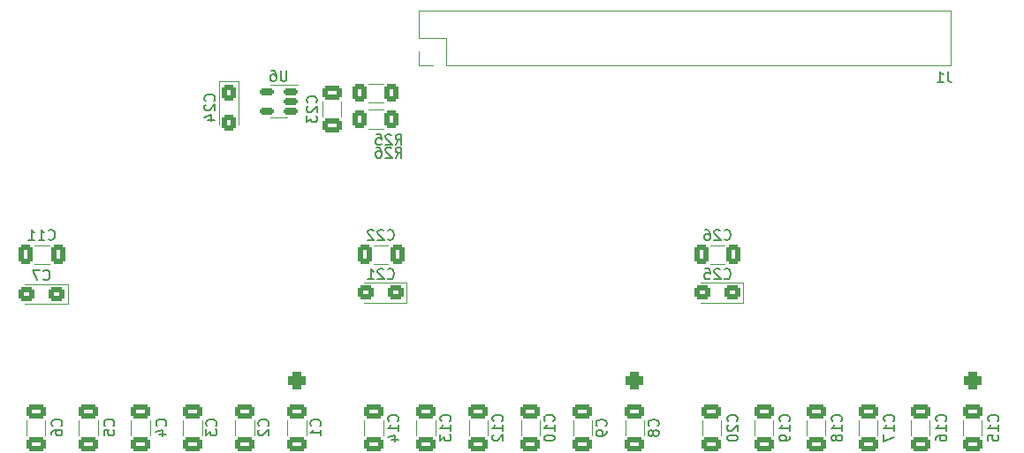
<source format=gbo>
G04 #@! TF.GenerationSoftware,KiCad,Pcbnew,(6.0.8)*
G04 #@! TF.CreationDate,2022-10-16T23:30:33+02:00*
G04 #@! TF.ProjectId,RPiWattMeterHatv3,52506957-6174-4744-9d65-746572486174,rev?*
G04 #@! TF.SameCoordinates,Original*
G04 #@! TF.FileFunction,Legend,Bot*
G04 #@! TF.FilePolarity,Positive*
%FSLAX45Y45*%
G04 Gerber Fmt 4.5, Leading zero omitted, Abs format (unit mm)*
G04 Created by KiCad (PCBNEW (6.0.8)) date 2022-10-16 23:30:33*
%MOMM*%
%LPD*%
G01*
G04 APERTURE LIST*
G04 Aperture macros list*
%AMRoundRect*
0 Rectangle with rounded corners*
0 $1 Rounding radius*
0 $2 $3 $4 $5 $6 $7 $8 $9 X,Y pos of 4 corners*
0 Add a 4 corners polygon primitive as box body*
4,1,4,$2,$3,$4,$5,$6,$7,$8,$9,$2,$3,0*
0 Add four circle primitives for the rounded corners*
1,1,$1+$1,$2,$3*
1,1,$1+$1,$4,$5*
1,1,$1+$1,$6,$7*
1,1,$1+$1,$8,$9*
0 Add four rect primitives between the rounded corners*
20,1,$1+$1,$2,$3,$4,$5,0*
20,1,$1+$1,$4,$5,$6,$7,0*
20,1,$1+$1,$6,$7,$8,$9,0*
20,1,$1+$1,$8,$9,$2,$3,0*%
G04 Aperture macros list end*
%ADD10C,0.150000*%
%ADD11C,0.120000*%
%ADD12RoundRect,0.250000X-0.425000X0.537500X-0.425000X-0.537500X0.425000X-0.537500X0.425000X0.537500X0*%
%ADD13RoundRect,0.250000X0.412500X0.650000X-0.412500X0.650000X-0.412500X-0.650000X0.412500X-0.650000X0*%
%ADD14RoundRect,0.250000X0.537500X0.425000X-0.537500X0.425000X-0.537500X-0.425000X0.537500X-0.425000X0*%
%ADD15R,1.600000X1.600000*%
%ADD16O,1.600000X1.600000*%
%ADD17C,1.750000*%
%ADD18RoundRect,0.437500X0.437500X-0.437500X0.437500X0.437500X-0.437500X0.437500X-0.437500X-0.437500X0*%
%ADD19RoundRect,0.437500X0.437500X0.437500X-0.437500X0.437500X-0.437500X-0.437500X0.437500X-0.437500X0*%
%ADD20C,2.000000*%
%ADD21RoundRect,0.250000X-0.650000X0.412500X-0.650000X-0.412500X0.650000X-0.412500X0.650000X0.412500X0*%
%ADD22RoundRect,0.250000X0.650000X-0.412500X0.650000X0.412500X-0.650000X0.412500X-0.650000X-0.412500X0*%
%ADD23C,2.700000*%
%ADD24C,1.500000*%
%ADD25RoundRect,0.375000X0.375000X-0.375000X0.375000X0.375000X-0.375000X0.375000X-0.375000X-0.375000X0*%
%ADD26O,1.700000X1.700000*%
%ADD27R,1.700000X1.700000*%
%ADD28RoundRect,0.150000X0.512500X0.150000X-0.512500X0.150000X-0.512500X-0.150000X0.512500X-0.150000X0*%
%ADD29RoundRect,0.250000X0.400000X0.625000X-0.400000X0.625000X-0.400000X-0.625000X0.400000X-0.625000X0*%
%ADD30RoundRect,0.250000X-0.400000X-0.625000X0.400000X-0.625000X0.400000X0.625000X-0.400000X0.625000X0*%
G04 APERTURE END LIST*
D10*
X8737714Y-5352714D02*
X8742476Y-5347952D01*
X8747238Y-5333667D01*
X8747238Y-5324143D01*
X8742476Y-5309857D01*
X8732952Y-5300333D01*
X8723429Y-5295571D01*
X8704381Y-5290810D01*
X8690095Y-5290810D01*
X8671048Y-5295571D01*
X8661524Y-5300333D01*
X8652000Y-5309857D01*
X8647238Y-5324143D01*
X8647238Y-5333667D01*
X8652000Y-5347952D01*
X8656762Y-5352714D01*
X8656762Y-5390810D02*
X8652000Y-5395571D01*
X8647238Y-5405095D01*
X8647238Y-5428905D01*
X8652000Y-5438429D01*
X8656762Y-5443190D01*
X8666286Y-5447952D01*
X8675810Y-5447952D01*
X8690095Y-5443190D01*
X8747238Y-5386048D01*
X8747238Y-5447952D01*
X8680571Y-5533667D02*
X8747238Y-5533667D01*
X8642476Y-5509857D02*
X8713905Y-5486048D01*
X8713905Y-5547952D01*
X7151286Y-6677714D02*
X7156048Y-6682476D01*
X7170333Y-6687238D01*
X7179857Y-6687238D01*
X7194143Y-6682476D01*
X7203667Y-6672952D01*
X7208428Y-6663428D01*
X7213190Y-6644381D01*
X7213190Y-6630095D01*
X7208428Y-6611048D01*
X7203667Y-6601524D01*
X7194143Y-6592000D01*
X7179857Y-6587238D01*
X7170333Y-6587238D01*
X7156048Y-6592000D01*
X7151286Y-6596762D01*
X7056048Y-6687238D02*
X7113190Y-6687238D01*
X7084619Y-6687238D02*
X7084619Y-6587238D01*
X7094143Y-6601524D01*
X7103667Y-6611048D01*
X7113190Y-6615809D01*
X6960809Y-6687238D02*
X7017952Y-6687238D01*
X6989381Y-6687238D02*
X6989381Y-6587238D01*
X6998905Y-6601524D01*
X7008428Y-6611048D01*
X7017952Y-6615809D01*
X13626286Y-7052714D02*
X13631048Y-7057476D01*
X13645333Y-7062238D01*
X13654857Y-7062238D01*
X13669143Y-7057476D01*
X13678667Y-7047952D01*
X13683428Y-7038428D01*
X13688190Y-7019381D01*
X13688190Y-7005095D01*
X13683428Y-6986048D01*
X13678667Y-6976524D01*
X13669143Y-6967000D01*
X13654857Y-6962238D01*
X13645333Y-6962238D01*
X13631048Y-6967000D01*
X13626286Y-6971762D01*
X13588190Y-6971762D02*
X13583428Y-6967000D01*
X13573905Y-6962238D01*
X13550095Y-6962238D01*
X13540571Y-6967000D01*
X13535809Y-6971762D01*
X13531048Y-6981286D01*
X13531048Y-6990809D01*
X13535809Y-7005095D01*
X13592952Y-7062238D01*
X13531048Y-7062238D01*
X13440571Y-6962238D02*
X13488190Y-6962238D01*
X13492952Y-7009857D01*
X13488190Y-7005095D01*
X13478667Y-7000333D01*
X13454857Y-7000333D01*
X13445333Y-7005095D01*
X13440571Y-7009857D01*
X13435809Y-7019381D01*
X13435809Y-7043190D01*
X13440571Y-7052714D01*
X13445333Y-7057476D01*
X13454857Y-7062238D01*
X13478667Y-7062238D01*
X13488190Y-7057476D01*
X13492952Y-7052714D01*
X10401286Y-7052714D02*
X10406048Y-7057476D01*
X10420333Y-7062238D01*
X10429857Y-7062238D01*
X10444143Y-7057476D01*
X10453667Y-7047952D01*
X10458429Y-7038428D01*
X10463190Y-7019381D01*
X10463190Y-7005095D01*
X10458429Y-6986048D01*
X10453667Y-6976524D01*
X10444143Y-6967000D01*
X10429857Y-6962238D01*
X10420333Y-6962238D01*
X10406048Y-6967000D01*
X10401286Y-6971762D01*
X10363190Y-6971762D02*
X10358429Y-6967000D01*
X10348905Y-6962238D01*
X10325095Y-6962238D01*
X10315571Y-6967000D01*
X10310810Y-6971762D01*
X10306048Y-6981286D01*
X10306048Y-6990809D01*
X10310810Y-7005095D01*
X10367952Y-7062238D01*
X10306048Y-7062238D01*
X10210810Y-7062238D02*
X10267952Y-7062238D01*
X10239381Y-7062238D02*
X10239381Y-6962238D01*
X10248905Y-6976524D01*
X10258429Y-6986048D01*
X10267952Y-6990809D01*
X7103667Y-7062714D02*
X7108428Y-7067476D01*
X7122714Y-7072238D01*
X7132238Y-7072238D01*
X7146524Y-7067476D01*
X7156048Y-7057952D01*
X7160809Y-7048428D01*
X7165571Y-7029381D01*
X7165571Y-7015095D01*
X7160809Y-6996048D01*
X7156048Y-6986524D01*
X7146524Y-6977000D01*
X7132238Y-6972238D01*
X7122714Y-6972238D01*
X7108428Y-6977000D01*
X7103667Y-6981762D01*
X7070333Y-6972238D02*
X7003667Y-6972238D01*
X7046524Y-7072238D01*
X10401286Y-6677714D02*
X10406048Y-6682476D01*
X10420333Y-6687238D01*
X10429857Y-6687238D01*
X10444143Y-6682476D01*
X10453667Y-6672952D01*
X10458429Y-6663428D01*
X10463190Y-6644381D01*
X10463190Y-6630095D01*
X10458429Y-6611048D01*
X10453667Y-6601524D01*
X10444143Y-6592000D01*
X10429857Y-6587238D01*
X10420333Y-6587238D01*
X10406048Y-6592000D01*
X10401286Y-6596762D01*
X10363190Y-6596762D02*
X10358429Y-6592000D01*
X10348905Y-6587238D01*
X10325095Y-6587238D01*
X10315571Y-6592000D01*
X10310810Y-6596762D01*
X10306048Y-6606286D01*
X10306048Y-6615809D01*
X10310810Y-6630095D01*
X10367952Y-6687238D01*
X10306048Y-6687238D01*
X10267952Y-6596762D02*
X10263190Y-6592000D01*
X10253667Y-6587238D01*
X10229857Y-6587238D01*
X10220333Y-6592000D01*
X10215571Y-6596762D01*
X10210810Y-6606286D01*
X10210810Y-6615809D01*
X10215571Y-6630095D01*
X10272714Y-6687238D01*
X10210810Y-6687238D01*
X10497714Y-8422714D02*
X10502476Y-8417952D01*
X10507238Y-8403667D01*
X10507238Y-8394143D01*
X10502476Y-8379857D01*
X10492952Y-8370333D01*
X10483429Y-8365571D01*
X10464381Y-8360809D01*
X10450095Y-8360809D01*
X10431048Y-8365571D01*
X10421524Y-8370333D01*
X10412000Y-8379857D01*
X10407238Y-8394143D01*
X10407238Y-8403667D01*
X10412000Y-8417952D01*
X10416762Y-8422714D01*
X10507238Y-8517952D02*
X10507238Y-8460810D01*
X10507238Y-8489381D02*
X10407238Y-8489381D01*
X10421524Y-8479857D01*
X10431048Y-8470333D01*
X10435810Y-8460810D01*
X10440571Y-8603667D02*
X10507238Y-8603667D01*
X10402476Y-8579857D02*
X10473905Y-8556048D01*
X10473905Y-8617952D01*
X10997714Y-8422714D02*
X11002476Y-8417952D01*
X11007238Y-8403667D01*
X11007238Y-8394143D01*
X11002476Y-8379857D01*
X10992952Y-8370333D01*
X10983429Y-8365571D01*
X10964381Y-8360809D01*
X10950095Y-8360809D01*
X10931048Y-8365571D01*
X10921524Y-8370333D01*
X10912000Y-8379857D01*
X10907238Y-8394143D01*
X10907238Y-8403667D01*
X10912000Y-8417952D01*
X10916762Y-8422714D01*
X11007238Y-8517952D02*
X11007238Y-8460810D01*
X11007238Y-8489381D02*
X10907238Y-8489381D01*
X10921524Y-8479857D01*
X10931048Y-8470333D01*
X10935810Y-8460810D01*
X10907238Y-8551286D02*
X10907238Y-8613190D01*
X10945333Y-8579857D01*
X10945333Y-8594143D01*
X10950095Y-8603667D01*
X10954857Y-8608429D01*
X10964381Y-8613190D01*
X10988190Y-8613190D01*
X10997714Y-8608429D01*
X11002476Y-8603667D01*
X11007238Y-8594143D01*
X11007238Y-8565571D01*
X11002476Y-8556048D01*
X10997714Y-8551286D01*
X11497714Y-8422714D02*
X11502476Y-8417952D01*
X11507238Y-8403667D01*
X11507238Y-8394143D01*
X11502476Y-8379857D01*
X11492952Y-8370333D01*
X11483428Y-8365571D01*
X11464381Y-8360809D01*
X11450095Y-8360809D01*
X11431048Y-8365571D01*
X11421524Y-8370333D01*
X11412000Y-8379857D01*
X11407238Y-8394143D01*
X11407238Y-8403667D01*
X11412000Y-8417952D01*
X11416762Y-8422714D01*
X11507238Y-8517952D02*
X11507238Y-8460810D01*
X11507238Y-8489381D02*
X11407238Y-8489381D01*
X11421524Y-8479857D01*
X11431048Y-8470333D01*
X11435809Y-8460810D01*
X11416762Y-8556048D02*
X11412000Y-8560810D01*
X11407238Y-8570333D01*
X11407238Y-8594143D01*
X11412000Y-8603667D01*
X11416762Y-8608429D01*
X11426286Y-8613190D01*
X11435809Y-8613190D01*
X11450095Y-8608429D01*
X11507238Y-8551286D01*
X11507238Y-8613190D01*
X11990714Y-8422714D02*
X11995476Y-8417952D01*
X12000238Y-8403667D01*
X12000238Y-8394143D01*
X11995476Y-8379857D01*
X11985952Y-8370333D01*
X11976428Y-8365571D01*
X11957381Y-8360809D01*
X11943095Y-8360809D01*
X11924048Y-8365571D01*
X11914524Y-8370333D01*
X11905000Y-8379857D01*
X11900238Y-8394143D01*
X11900238Y-8403667D01*
X11905000Y-8417952D01*
X11909762Y-8422714D01*
X12000238Y-8517952D02*
X12000238Y-8460810D01*
X12000238Y-8489381D02*
X11900238Y-8489381D01*
X11914524Y-8479857D01*
X11924048Y-8470333D01*
X11928809Y-8460810D01*
X11900238Y-8579857D02*
X11900238Y-8589381D01*
X11905000Y-8598905D01*
X11909762Y-8603667D01*
X11919286Y-8608429D01*
X11938333Y-8613190D01*
X11962143Y-8613190D01*
X11981190Y-8608429D01*
X11990714Y-8603667D01*
X11995476Y-8598905D01*
X12000238Y-8589381D01*
X12000238Y-8579857D01*
X11995476Y-8570333D01*
X11990714Y-8565571D01*
X11981190Y-8560810D01*
X11962143Y-8556048D01*
X11938333Y-8556048D01*
X11919286Y-8560810D01*
X11909762Y-8565571D01*
X11905000Y-8570333D01*
X11900238Y-8579857D01*
X12490714Y-8470333D02*
X12495476Y-8465571D01*
X12500238Y-8451286D01*
X12500238Y-8441762D01*
X12495476Y-8427476D01*
X12485952Y-8417952D01*
X12476428Y-8413190D01*
X12457381Y-8408429D01*
X12443095Y-8408429D01*
X12424048Y-8413190D01*
X12414524Y-8417952D01*
X12405000Y-8427476D01*
X12400238Y-8441762D01*
X12400238Y-8451286D01*
X12405000Y-8465571D01*
X12409762Y-8470333D01*
X12500238Y-8517952D02*
X12500238Y-8537000D01*
X12495476Y-8546524D01*
X12490714Y-8551286D01*
X12476428Y-8560810D01*
X12457381Y-8565571D01*
X12419286Y-8565571D01*
X12409762Y-8560810D01*
X12405000Y-8556048D01*
X12400238Y-8546524D01*
X12400238Y-8527476D01*
X12405000Y-8517952D01*
X12409762Y-8513190D01*
X12419286Y-8508429D01*
X12443095Y-8508429D01*
X12452619Y-8513190D01*
X12457381Y-8517952D01*
X12462143Y-8527476D01*
X12462143Y-8546524D01*
X12457381Y-8556048D01*
X12452619Y-8560810D01*
X12443095Y-8565571D01*
X12990714Y-8470333D02*
X12995476Y-8465571D01*
X13000238Y-8451286D01*
X13000238Y-8441762D01*
X12995476Y-8427476D01*
X12985952Y-8417952D01*
X12976428Y-8413190D01*
X12957381Y-8408429D01*
X12943095Y-8408429D01*
X12924048Y-8413190D01*
X12914524Y-8417952D01*
X12905000Y-8427476D01*
X12900238Y-8441762D01*
X12900238Y-8451286D01*
X12905000Y-8465571D01*
X12909762Y-8470333D01*
X12943095Y-8527476D02*
X12938333Y-8517952D01*
X12933571Y-8513190D01*
X12924048Y-8508429D01*
X12919286Y-8508429D01*
X12909762Y-8513190D01*
X12905000Y-8517952D01*
X12900238Y-8527476D01*
X12900238Y-8546524D01*
X12905000Y-8556048D01*
X12909762Y-8560810D01*
X12919286Y-8565571D01*
X12924048Y-8565571D01*
X12933571Y-8560810D01*
X12938333Y-8556048D01*
X12943095Y-8546524D01*
X12943095Y-8527476D01*
X12947857Y-8517952D01*
X12952619Y-8513190D01*
X12962143Y-8508429D01*
X12981190Y-8508429D01*
X12990714Y-8513190D01*
X12995476Y-8517952D01*
X13000238Y-8527476D01*
X13000238Y-8546524D01*
X12995476Y-8556048D01*
X12990714Y-8560810D01*
X12981190Y-8565571D01*
X12962143Y-8565571D01*
X12952619Y-8560810D01*
X12947857Y-8556048D01*
X12943095Y-8546524D01*
X9752714Y-8467833D02*
X9757476Y-8463071D01*
X9762238Y-8448786D01*
X9762238Y-8439262D01*
X9757476Y-8424976D01*
X9747952Y-8415452D01*
X9738429Y-8410690D01*
X9719381Y-8405929D01*
X9705095Y-8405929D01*
X9686048Y-8410690D01*
X9676524Y-8415452D01*
X9667000Y-8424976D01*
X9662238Y-8439262D01*
X9662238Y-8448786D01*
X9667000Y-8463071D01*
X9671762Y-8467833D01*
X9762238Y-8563071D02*
X9762238Y-8505929D01*
X9762238Y-8534500D02*
X9662238Y-8534500D01*
X9676524Y-8524976D01*
X9686048Y-8515452D01*
X9690810Y-8505929D01*
X7272714Y-8467833D02*
X7277476Y-8463071D01*
X7282238Y-8448786D01*
X7282238Y-8439262D01*
X7277476Y-8424976D01*
X7267952Y-8415452D01*
X7258428Y-8410690D01*
X7239381Y-8405929D01*
X7225095Y-8405929D01*
X7206048Y-8410690D01*
X7196524Y-8415452D01*
X7187000Y-8424976D01*
X7182238Y-8439262D01*
X7182238Y-8448786D01*
X7187000Y-8463071D01*
X7191762Y-8467833D01*
X7182238Y-8553548D02*
X7182238Y-8534500D01*
X7187000Y-8524976D01*
X7191762Y-8520214D01*
X7206048Y-8510690D01*
X7225095Y-8505929D01*
X7263190Y-8505929D01*
X7272714Y-8510690D01*
X7277476Y-8515452D01*
X7282238Y-8524976D01*
X7282238Y-8544024D01*
X7277476Y-8553548D01*
X7272714Y-8558310D01*
X7263190Y-8563071D01*
X7239381Y-8563071D01*
X7229857Y-8558310D01*
X7225095Y-8553548D01*
X7220333Y-8544024D01*
X7220333Y-8524976D01*
X7225095Y-8515452D01*
X7229857Y-8510690D01*
X7239381Y-8505929D01*
X7772714Y-8467833D02*
X7777476Y-8463071D01*
X7782238Y-8448786D01*
X7782238Y-8439262D01*
X7777476Y-8424976D01*
X7767952Y-8415452D01*
X7758428Y-8410690D01*
X7739381Y-8405929D01*
X7725095Y-8405929D01*
X7706048Y-8410690D01*
X7696524Y-8415452D01*
X7687000Y-8424976D01*
X7682238Y-8439262D01*
X7682238Y-8448786D01*
X7687000Y-8463071D01*
X7691762Y-8467833D01*
X7682238Y-8558310D02*
X7682238Y-8510690D01*
X7729857Y-8505929D01*
X7725095Y-8510690D01*
X7720333Y-8520214D01*
X7720333Y-8544024D01*
X7725095Y-8553548D01*
X7729857Y-8558310D01*
X7739381Y-8563071D01*
X7763190Y-8563071D01*
X7772714Y-8558310D01*
X7777476Y-8553548D01*
X7782238Y-8544024D01*
X7782238Y-8520214D01*
X7777476Y-8510690D01*
X7772714Y-8505929D01*
X9252714Y-8467833D02*
X9257476Y-8463071D01*
X9262238Y-8448786D01*
X9262238Y-8439262D01*
X9257476Y-8424976D01*
X9247952Y-8415452D01*
X9238429Y-8410690D01*
X9219381Y-8405929D01*
X9205095Y-8405929D01*
X9186048Y-8410690D01*
X9176524Y-8415452D01*
X9167000Y-8424976D01*
X9162238Y-8439262D01*
X9162238Y-8448786D01*
X9167000Y-8463071D01*
X9171762Y-8467833D01*
X9171762Y-8505929D02*
X9167000Y-8510690D01*
X9162238Y-8520214D01*
X9162238Y-8544024D01*
X9167000Y-8553548D01*
X9171762Y-8558310D01*
X9181286Y-8563071D01*
X9190810Y-8563071D01*
X9205095Y-8558310D01*
X9262238Y-8501167D01*
X9262238Y-8563071D01*
X8272714Y-8467833D02*
X8277476Y-8463071D01*
X8282238Y-8448786D01*
X8282238Y-8439262D01*
X8277476Y-8424976D01*
X8267952Y-8415452D01*
X8258428Y-8410690D01*
X8239381Y-8405929D01*
X8225095Y-8405929D01*
X8206048Y-8410690D01*
X8196524Y-8415452D01*
X8187000Y-8424976D01*
X8182238Y-8439262D01*
X8182238Y-8448786D01*
X8187000Y-8463071D01*
X8191762Y-8467833D01*
X8215571Y-8553548D02*
X8282238Y-8553548D01*
X8177476Y-8529738D02*
X8248905Y-8505929D01*
X8248905Y-8567833D01*
X8752714Y-8467833D02*
X8757476Y-8463071D01*
X8762238Y-8448786D01*
X8762238Y-8439262D01*
X8757476Y-8424976D01*
X8747952Y-8415452D01*
X8738429Y-8410690D01*
X8719381Y-8405929D01*
X8705095Y-8405929D01*
X8686048Y-8410690D01*
X8676524Y-8415452D01*
X8667000Y-8424976D01*
X8662238Y-8439262D01*
X8662238Y-8448786D01*
X8667000Y-8463071D01*
X8671762Y-8467833D01*
X8662238Y-8501167D02*
X8662238Y-8563071D01*
X8700333Y-8529738D01*
X8700333Y-8544024D01*
X8705095Y-8553548D01*
X8709857Y-8558310D01*
X8719381Y-8563071D01*
X8743190Y-8563071D01*
X8752714Y-8558310D01*
X8757476Y-8553548D01*
X8762238Y-8544024D01*
X8762238Y-8515452D01*
X8757476Y-8505929D01*
X8752714Y-8501167D01*
X15770333Y-5072238D02*
X15770333Y-5143667D01*
X15775095Y-5157952D01*
X15784619Y-5167476D01*
X15798905Y-5172238D01*
X15808428Y-5172238D01*
X15670333Y-5172238D02*
X15727476Y-5172238D01*
X15698905Y-5172238D02*
X15698905Y-5072238D01*
X15708428Y-5086524D01*
X15717952Y-5096048D01*
X15727476Y-5100810D01*
X9433190Y-5062238D02*
X9433190Y-5143190D01*
X9428429Y-5152714D01*
X9423667Y-5157476D01*
X9414143Y-5162238D01*
X9395095Y-5162238D01*
X9385571Y-5157476D01*
X9380810Y-5152714D01*
X9376048Y-5143190D01*
X9376048Y-5062238D01*
X9285571Y-5062238D02*
X9304619Y-5062238D01*
X9314143Y-5067000D01*
X9318905Y-5071762D01*
X9328429Y-5086048D01*
X9333190Y-5105095D01*
X9333190Y-5143190D01*
X9328429Y-5152714D01*
X9323667Y-5157476D01*
X9314143Y-5162238D01*
X9295095Y-5162238D01*
X9285571Y-5157476D01*
X9280810Y-5152714D01*
X9276048Y-5143190D01*
X9276048Y-5119381D01*
X9280810Y-5109857D01*
X9285571Y-5105095D01*
X9295095Y-5100333D01*
X9314143Y-5100333D01*
X9323667Y-5105095D01*
X9328429Y-5109857D01*
X9333190Y-5119381D01*
X13626286Y-6677714D02*
X13631048Y-6682476D01*
X13645333Y-6687238D01*
X13654857Y-6687238D01*
X13669143Y-6682476D01*
X13678667Y-6672952D01*
X13683428Y-6663428D01*
X13688190Y-6644381D01*
X13688190Y-6630095D01*
X13683428Y-6611048D01*
X13678667Y-6601524D01*
X13669143Y-6592000D01*
X13654857Y-6587238D01*
X13645333Y-6587238D01*
X13631048Y-6592000D01*
X13626286Y-6596762D01*
X13588190Y-6596762D02*
X13583428Y-6592000D01*
X13573905Y-6587238D01*
X13550095Y-6587238D01*
X13540571Y-6592000D01*
X13535809Y-6596762D01*
X13531048Y-6606286D01*
X13531048Y-6615809D01*
X13535809Y-6630095D01*
X13592952Y-6687238D01*
X13531048Y-6687238D01*
X13445333Y-6587238D02*
X13464381Y-6587238D01*
X13473905Y-6592000D01*
X13478667Y-6596762D01*
X13488190Y-6611048D01*
X13492952Y-6630095D01*
X13492952Y-6668190D01*
X13488190Y-6677714D01*
X13483428Y-6682476D01*
X13473905Y-6687238D01*
X13454857Y-6687238D01*
X13445333Y-6682476D01*
X13440571Y-6677714D01*
X13435809Y-6668190D01*
X13435809Y-6644381D01*
X13440571Y-6634857D01*
X13445333Y-6630095D01*
X13454857Y-6625333D01*
X13473905Y-6625333D01*
X13483428Y-6630095D01*
X13488190Y-6634857D01*
X13492952Y-6644381D01*
X13747714Y-8422714D02*
X13752476Y-8417952D01*
X13757238Y-8403667D01*
X13757238Y-8394143D01*
X13752476Y-8379857D01*
X13742952Y-8370333D01*
X13733428Y-8365571D01*
X13714381Y-8360809D01*
X13700095Y-8360809D01*
X13681048Y-8365571D01*
X13671524Y-8370333D01*
X13662000Y-8379857D01*
X13657238Y-8394143D01*
X13657238Y-8403667D01*
X13662000Y-8417952D01*
X13666762Y-8422714D01*
X13666762Y-8460810D02*
X13662000Y-8465571D01*
X13657238Y-8475095D01*
X13657238Y-8498905D01*
X13662000Y-8508429D01*
X13666762Y-8513190D01*
X13676286Y-8517952D01*
X13685809Y-8517952D01*
X13700095Y-8513190D01*
X13757238Y-8456048D01*
X13757238Y-8517952D01*
X13657238Y-8579857D02*
X13657238Y-8589381D01*
X13662000Y-8598905D01*
X13666762Y-8603667D01*
X13676286Y-8608429D01*
X13695333Y-8613190D01*
X13719143Y-8613190D01*
X13738190Y-8608429D01*
X13747714Y-8603667D01*
X13752476Y-8598905D01*
X13757238Y-8589381D01*
X13757238Y-8579857D01*
X13752476Y-8570333D01*
X13747714Y-8565571D01*
X13738190Y-8560810D01*
X13719143Y-8556048D01*
X13695333Y-8556048D01*
X13676286Y-8560810D01*
X13666762Y-8565571D01*
X13662000Y-8570333D01*
X13657238Y-8579857D01*
X15747714Y-8422714D02*
X15752476Y-8417952D01*
X15757238Y-8403667D01*
X15757238Y-8394143D01*
X15752476Y-8379857D01*
X15742952Y-8370333D01*
X15733428Y-8365571D01*
X15714381Y-8360809D01*
X15700095Y-8360809D01*
X15681048Y-8365571D01*
X15671524Y-8370333D01*
X15662000Y-8379857D01*
X15657238Y-8394143D01*
X15657238Y-8403667D01*
X15662000Y-8417952D01*
X15666762Y-8422714D01*
X15757238Y-8517952D02*
X15757238Y-8460810D01*
X15757238Y-8489381D02*
X15657238Y-8489381D01*
X15671524Y-8479857D01*
X15681048Y-8470333D01*
X15685809Y-8460810D01*
X15657238Y-8603667D02*
X15657238Y-8584619D01*
X15662000Y-8575095D01*
X15666762Y-8570333D01*
X15681048Y-8560810D01*
X15700095Y-8556048D01*
X15738190Y-8556048D01*
X15747714Y-8560810D01*
X15752476Y-8565571D01*
X15757238Y-8575095D01*
X15757238Y-8594143D01*
X15752476Y-8603667D01*
X15747714Y-8608429D01*
X15738190Y-8613190D01*
X15714381Y-8613190D01*
X15704857Y-8608429D01*
X15700095Y-8603667D01*
X15695333Y-8594143D01*
X15695333Y-8575095D01*
X15700095Y-8565571D01*
X15704857Y-8560810D01*
X15714381Y-8556048D01*
X10476286Y-5772238D02*
X10509619Y-5724619D01*
X10533429Y-5772238D02*
X10533429Y-5672238D01*
X10495333Y-5672238D01*
X10485810Y-5677000D01*
X10481048Y-5681762D01*
X10476286Y-5691286D01*
X10476286Y-5705571D01*
X10481048Y-5715095D01*
X10485810Y-5719857D01*
X10495333Y-5724619D01*
X10533429Y-5724619D01*
X10438190Y-5681762D02*
X10433429Y-5677000D01*
X10423905Y-5672238D01*
X10400095Y-5672238D01*
X10390571Y-5677000D01*
X10385810Y-5681762D01*
X10381048Y-5691286D01*
X10381048Y-5700809D01*
X10385810Y-5715095D01*
X10442952Y-5772238D01*
X10381048Y-5772238D01*
X10290571Y-5672238D02*
X10338190Y-5672238D01*
X10342952Y-5719857D01*
X10338190Y-5715095D01*
X10328667Y-5710333D01*
X10304857Y-5710333D01*
X10295333Y-5715095D01*
X10290571Y-5719857D01*
X10285810Y-5729381D01*
X10285810Y-5753190D01*
X10290571Y-5762714D01*
X10295333Y-5767476D01*
X10304857Y-5772238D01*
X10328667Y-5772238D01*
X10338190Y-5767476D01*
X10342952Y-5762714D01*
X15247714Y-8422714D02*
X15252476Y-8417952D01*
X15257238Y-8403667D01*
X15257238Y-8394143D01*
X15252476Y-8379857D01*
X15242952Y-8370333D01*
X15233428Y-8365571D01*
X15214381Y-8360809D01*
X15200095Y-8360809D01*
X15181048Y-8365571D01*
X15171524Y-8370333D01*
X15162000Y-8379857D01*
X15157238Y-8394143D01*
X15157238Y-8403667D01*
X15162000Y-8417952D01*
X15166762Y-8422714D01*
X15257238Y-8517952D02*
X15257238Y-8460810D01*
X15257238Y-8489381D02*
X15157238Y-8489381D01*
X15171524Y-8479857D01*
X15181048Y-8470333D01*
X15185809Y-8460810D01*
X15157238Y-8551286D02*
X15157238Y-8617952D01*
X15257238Y-8575095D01*
X9717714Y-5367714D02*
X9722476Y-5362952D01*
X9727238Y-5348667D01*
X9727238Y-5339143D01*
X9722476Y-5324857D01*
X9712952Y-5315333D01*
X9703429Y-5310571D01*
X9684381Y-5305810D01*
X9670095Y-5305810D01*
X9651048Y-5310571D01*
X9641524Y-5315333D01*
X9632000Y-5324857D01*
X9627238Y-5339143D01*
X9627238Y-5348667D01*
X9632000Y-5362952D01*
X9636762Y-5367714D01*
X9636762Y-5405810D02*
X9632000Y-5410571D01*
X9627238Y-5420095D01*
X9627238Y-5443905D01*
X9632000Y-5453429D01*
X9636762Y-5458190D01*
X9646286Y-5462952D01*
X9655810Y-5462952D01*
X9670095Y-5458190D01*
X9727238Y-5401048D01*
X9727238Y-5462952D01*
X9627238Y-5496286D02*
X9627238Y-5558190D01*
X9665333Y-5524857D01*
X9665333Y-5539143D01*
X9670095Y-5548667D01*
X9674857Y-5553429D01*
X9684381Y-5558190D01*
X9708190Y-5558190D01*
X9717714Y-5553429D01*
X9722476Y-5548667D01*
X9727238Y-5539143D01*
X9727238Y-5510571D01*
X9722476Y-5501048D01*
X9717714Y-5496286D01*
X14747714Y-8422714D02*
X14752476Y-8417952D01*
X14757238Y-8403667D01*
X14757238Y-8394143D01*
X14752476Y-8379857D01*
X14742952Y-8370333D01*
X14733428Y-8365571D01*
X14714381Y-8360809D01*
X14700095Y-8360809D01*
X14681048Y-8365571D01*
X14671524Y-8370333D01*
X14662000Y-8379857D01*
X14657238Y-8394143D01*
X14657238Y-8403667D01*
X14662000Y-8417952D01*
X14666762Y-8422714D01*
X14757238Y-8517952D02*
X14757238Y-8460810D01*
X14757238Y-8489381D02*
X14657238Y-8489381D01*
X14671524Y-8479857D01*
X14681048Y-8470333D01*
X14685809Y-8460810D01*
X14700095Y-8575095D02*
X14695333Y-8565571D01*
X14690571Y-8560810D01*
X14681048Y-8556048D01*
X14676286Y-8556048D01*
X14666762Y-8560810D01*
X14662000Y-8565571D01*
X14657238Y-8575095D01*
X14657238Y-8594143D01*
X14662000Y-8603667D01*
X14666762Y-8608429D01*
X14676286Y-8613190D01*
X14681048Y-8613190D01*
X14690571Y-8608429D01*
X14695333Y-8603667D01*
X14700095Y-8594143D01*
X14700095Y-8575095D01*
X14704857Y-8565571D01*
X14709619Y-8560810D01*
X14719143Y-8556048D01*
X14738190Y-8556048D01*
X14747714Y-8560810D01*
X14752476Y-8565571D01*
X14757238Y-8575095D01*
X14757238Y-8594143D01*
X14752476Y-8603667D01*
X14747714Y-8608429D01*
X14738190Y-8613190D01*
X14719143Y-8613190D01*
X14709619Y-8608429D01*
X14704857Y-8603667D01*
X14700095Y-8594143D01*
X10476286Y-5897238D02*
X10509619Y-5849619D01*
X10533429Y-5897238D02*
X10533429Y-5797238D01*
X10495333Y-5797238D01*
X10485810Y-5802000D01*
X10481048Y-5806762D01*
X10476286Y-5816286D01*
X10476286Y-5830571D01*
X10481048Y-5840095D01*
X10485810Y-5844857D01*
X10495333Y-5849619D01*
X10533429Y-5849619D01*
X10438190Y-5806762D02*
X10433429Y-5802000D01*
X10423905Y-5797238D01*
X10400095Y-5797238D01*
X10390571Y-5802000D01*
X10385810Y-5806762D01*
X10381048Y-5816286D01*
X10381048Y-5825809D01*
X10385810Y-5840095D01*
X10442952Y-5897238D01*
X10381048Y-5897238D01*
X10295333Y-5797238D02*
X10314381Y-5797238D01*
X10323905Y-5802000D01*
X10328667Y-5806762D01*
X10338190Y-5821048D01*
X10342952Y-5840095D01*
X10342952Y-5878190D01*
X10338190Y-5887714D01*
X10333429Y-5892476D01*
X10323905Y-5897238D01*
X10304857Y-5897238D01*
X10295333Y-5892476D01*
X10290571Y-5887714D01*
X10285810Y-5878190D01*
X10285810Y-5854381D01*
X10290571Y-5844857D01*
X10295333Y-5840095D01*
X10304857Y-5835333D01*
X10323905Y-5835333D01*
X10333429Y-5840095D01*
X10338190Y-5844857D01*
X10342952Y-5854381D01*
X14247714Y-8422714D02*
X14252476Y-8417952D01*
X14257238Y-8403667D01*
X14257238Y-8394143D01*
X14252476Y-8379857D01*
X14242952Y-8370333D01*
X14233428Y-8365571D01*
X14214381Y-8360809D01*
X14200095Y-8360809D01*
X14181048Y-8365571D01*
X14171524Y-8370333D01*
X14162000Y-8379857D01*
X14157238Y-8394143D01*
X14157238Y-8403667D01*
X14162000Y-8417952D01*
X14166762Y-8422714D01*
X14257238Y-8517952D02*
X14257238Y-8460810D01*
X14257238Y-8489381D02*
X14157238Y-8489381D01*
X14171524Y-8479857D01*
X14181048Y-8470333D01*
X14185809Y-8460810D01*
X14257238Y-8565571D02*
X14257238Y-8584619D01*
X14252476Y-8594143D01*
X14247714Y-8598905D01*
X14233428Y-8608429D01*
X14214381Y-8613190D01*
X14176286Y-8613190D01*
X14166762Y-8608429D01*
X14162000Y-8603667D01*
X14157238Y-8594143D01*
X14157238Y-8575095D01*
X14162000Y-8565571D01*
X14166762Y-8560810D01*
X14176286Y-8556048D01*
X14200095Y-8556048D01*
X14209619Y-8560810D01*
X14214381Y-8565571D01*
X14219143Y-8575095D01*
X14219143Y-8594143D01*
X14214381Y-8603667D01*
X14209619Y-8608429D01*
X14200095Y-8613190D01*
X16247714Y-8422714D02*
X16252476Y-8417952D01*
X16257238Y-8403667D01*
X16257238Y-8394143D01*
X16252476Y-8379857D01*
X16242952Y-8370333D01*
X16233428Y-8365571D01*
X16214381Y-8360809D01*
X16200095Y-8360809D01*
X16181048Y-8365571D01*
X16171524Y-8370333D01*
X16162000Y-8379857D01*
X16157238Y-8394143D01*
X16157238Y-8403667D01*
X16162000Y-8417952D01*
X16166762Y-8422714D01*
X16257238Y-8517952D02*
X16257238Y-8460810D01*
X16257238Y-8489381D02*
X16157238Y-8489381D01*
X16171524Y-8479857D01*
X16181048Y-8470333D01*
X16185809Y-8460810D01*
X16157238Y-8608429D02*
X16157238Y-8560810D01*
X16204857Y-8556048D01*
X16200095Y-8560810D01*
X16195333Y-8570333D01*
X16195333Y-8594143D01*
X16200095Y-8603667D01*
X16204857Y-8608429D01*
X16214381Y-8613190D01*
X16238190Y-8613190D01*
X16247714Y-8608429D01*
X16252476Y-8603667D01*
X16257238Y-8594143D01*
X16257238Y-8570333D01*
X16252476Y-8560810D01*
X16247714Y-8556048D01*
D11*
X8970500Y-5168500D02*
X8970500Y-5577000D01*
X8783500Y-5168500D02*
X8970500Y-5168500D01*
X8783500Y-5577000D02*
X8783500Y-5168500D01*
X7158125Y-6918000D02*
X7015875Y-6918000D01*
X7158125Y-6736000D02*
X7015875Y-6736000D01*
X13810500Y-7285500D02*
X13402000Y-7285500D01*
X13810500Y-7098500D02*
X13810500Y-7285500D01*
X13402000Y-7098500D02*
X13810500Y-7098500D01*
X10585500Y-7285500D02*
X10177000Y-7285500D01*
X10585500Y-7098500D02*
X10585500Y-7285500D01*
X10177000Y-7098500D02*
X10585500Y-7098500D01*
X7335500Y-7295500D02*
X6927000Y-7295500D01*
X7335500Y-7108500D02*
X7335500Y-7295500D01*
X6927000Y-7108500D02*
X7335500Y-7108500D01*
X10408125Y-6736000D02*
X10265875Y-6736000D01*
X10408125Y-6918000D02*
X10265875Y-6918000D01*
X10361000Y-8415875D02*
X10361000Y-8558125D01*
X10179000Y-8415875D02*
X10179000Y-8558125D01*
X10679000Y-8415875D02*
X10679000Y-8558125D01*
X10861000Y-8415875D02*
X10861000Y-8558125D01*
X11179000Y-8415875D02*
X11179000Y-8558125D01*
X11361000Y-8415875D02*
X11361000Y-8558125D01*
X11861000Y-8558125D02*
X11861000Y-8415875D01*
X11679000Y-8558125D02*
X11679000Y-8415875D01*
X12361000Y-8558125D02*
X12361000Y-8415875D01*
X12179000Y-8558125D02*
X12179000Y-8415875D01*
X12861000Y-8558125D02*
X12861000Y-8415875D01*
X12679000Y-8558125D02*
X12679000Y-8415875D01*
X9441000Y-8555625D02*
X9441000Y-8413375D01*
X9623000Y-8555625D02*
X9623000Y-8413375D01*
X7122635Y-8413375D02*
X7122635Y-8555625D01*
X6940635Y-8413375D02*
X6940635Y-8555625D01*
X7623000Y-8413375D02*
X7623000Y-8555625D01*
X7441000Y-8413375D02*
X7441000Y-8555625D01*
X8941000Y-8555625D02*
X8941000Y-8413375D01*
X9123000Y-8555625D02*
X9123000Y-8413375D01*
X8123000Y-8413375D02*
X8123000Y-8555625D01*
X7941000Y-8413375D02*
X7941000Y-8555625D01*
X8441000Y-8555625D02*
X8441000Y-8413375D01*
X8623000Y-8555625D02*
X8623000Y-8413375D01*
X10704000Y-5010000D02*
X10837000Y-5010000D01*
X10704000Y-4877000D02*
X10704000Y-5010000D01*
X10964000Y-4750000D02*
X10964000Y-5010000D01*
X10704000Y-4750000D02*
X10964000Y-4750000D01*
X15796000Y-4490000D02*
X15796000Y-5010000D01*
X10704000Y-4490000D02*
X10704000Y-4750000D01*
X10964000Y-5010000D02*
X15796000Y-5010000D01*
X10704000Y-4490000D02*
X15796000Y-4490000D01*
X9357000Y-5513000D02*
X9277000Y-5513000D01*
X9357000Y-5201000D02*
X9277000Y-5201000D01*
X9357000Y-5201000D02*
X9537000Y-5201000D01*
X9357000Y-5513000D02*
X9437000Y-5513000D01*
X13633125Y-6918000D02*
X13490875Y-6918000D01*
X13633125Y-6736000D02*
X13490875Y-6736000D01*
X13416000Y-8415875D02*
X13416000Y-8558125D01*
X13598000Y-8415875D02*
X13598000Y-8558125D01*
X15598000Y-8558125D02*
X15598000Y-8415875D01*
X15416000Y-8558125D02*
X15416000Y-8415875D01*
X10359706Y-5618000D02*
X10214294Y-5618000D01*
X10359706Y-5436000D02*
X10214294Y-5436000D01*
X15098000Y-8558125D02*
X15098000Y-8415875D01*
X14916000Y-8558125D02*
X14916000Y-8415875D01*
X9776000Y-5360875D02*
X9776000Y-5503125D01*
X9958000Y-5360875D02*
X9958000Y-5503125D01*
X14416000Y-8415875D02*
X14416000Y-8558125D01*
X14598000Y-8415875D02*
X14598000Y-8558125D01*
X10214294Y-5186000D02*
X10359706Y-5186000D01*
X10214294Y-5368000D02*
X10359706Y-5368000D01*
X13916000Y-8415875D02*
X13916000Y-8558125D01*
X14098000Y-8415875D02*
X14098000Y-8558125D01*
X16098000Y-8558125D02*
X16098000Y-8415875D01*
X15916000Y-8558125D02*
X15916000Y-8415875D01*
%LPC*%
D12*
X8877000Y-5273250D03*
X8877000Y-5560750D03*
D13*
X7243250Y-6827000D03*
X6930750Y-6827000D03*
D14*
X13705750Y-7192000D03*
X13418250Y-7192000D03*
X10480750Y-7192000D03*
X10193250Y-7192000D03*
X7230750Y-7202000D03*
X6943250Y-7202000D03*
D15*
X11592000Y-7192000D03*
D16*
X11592000Y-6938000D03*
X11592000Y-6684000D03*
X11592000Y-6430000D03*
X11592000Y-6176000D03*
X11592000Y-5922000D03*
X11592000Y-5668000D03*
X11592000Y-5414000D03*
X10830000Y-5414000D03*
X10830000Y-5668000D03*
X10830000Y-5922000D03*
X10830000Y-6176000D03*
X10830000Y-6430000D03*
X10830000Y-6684000D03*
X10830000Y-6938000D03*
X10830000Y-7192000D03*
D17*
X11197000Y-9652000D03*
X11697000Y-9652000D03*
X12197000Y-9652000D03*
X12697000Y-9652000D03*
X12697000Y-12652000D03*
X12197000Y-12652000D03*
X11697000Y-12652000D03*
D18*
X11197000Y-12652000D03*
D19*
X12770000Y-8037000D03*
D20*
X12520000Y-8037000D03*
X12270000Y-8037000D03*
X12020000Y-8037000D03*
X11770000Y-8037000D03*
X11520000Y-8037000D03*
X11270000Y-8037000D03*
X11020000Y-8037000D03*
X10770000Y-8037000D03*
X10520000Y-8037000D03*
X10270000Y-8037000D03*
X10020000Y-8037000D03*
D13*
X10180750Y-6827000D03*
X10493250Y-6827000D03*
D21*
X10270000Y-8330750D03*
X10270000Y-8643250D03*
X10770000Y-8643250D03*
X10770000Y-8330750D03*
X11270000Y-8643250D03*
X11270000Y-8330750D03*
D22*
X11770000Y-8330750D03*
X11770000Y-8643250D03*
X12270000Y-8330750D03*
X12270000Y-8643250D03*
X12770000Y-8330750D03*
X12770000Y-8643250D03*
D15*
X8342000Y-7202000D03*
D16*
X8342000Y-6948000D03*
X8342000Y-6694000D03*
X8342000Y-6440000D03*
X8342000Y-6186000D03*
X8342000Y-5932000D03*
X8342000Y-5678000D03*
X8342000Y-5424000D03*
X7580000Y-5424000D03*
X7580000Y-5678000D03*
X7580000Y-5932000D03*
X7580000Y-6186000D03*
X7580000Y-6440000D03*
X7580000Y-6694000D03*
X7580000Y-6948000D03*
X7580000Y-7202000D03*
D17*
X7997000Y-9652000D03*
X8497000Y-9652000D03*
X8997000Y-9652000D03*
X9497000Y-9652000D03*
X9497000Y-12652000D03*
X8997000Y-12652000D03*
X8497000Y-12652000D03*
D18*
X7997000Y-12652000D03*
D20*
X6782000Y-8037088D03*
X7032000Y-8037088D03*
X7282000Y-8037088D03*
X7532000Y-8037088D03*
X7782000Y-8037088D03*
X8032000Y-8037088D03*
X8282000Y-8037088D03*
X8532000Y-8037088D03*
X8782000Y-8037088D03*
X9032000Y-8037088D03*
X9282000Y-8037088D03*
D19*
X9532000Y-8037088D03*
D22*
X9532000Y-8640750D03*
X9532000Y-8328250D03*
D21*
X7031635Y-8328250D03*
X7031635Y-8640750D03*
X7532000Y-8328250D03*
X7532000Y-8640750D03*
D22*
X9032000Y-8640750D03*
X9032000Y-8328250D03*
D21*
X8032000Y-8328250D03*
X8032000Y-8640750D03*
D22*
X8532000Y-8640750D03*
X8532000Y-8328250D03*
D23*
X16150000Y-4750000D03*
D24*
X6987000Y-10577000D03*
X6987000Y-10927000D03*
X6987000Y-11277000D03*
X6987000Y-11627000D03*
X6987000Y-11977000D03*
D25*
X6987000Y-12327000D03*
D18*
X13807000Y-12652000D03*
D17*
X14307000Y-12652000D03*
X14807000Y-12652000D03*
X15307000Y-12652000D03*
X15307000Y-9652000D03*
X14807000Y-9652000D03*
X14307000Y-9652000D03*
X13807000Y-9652000D03*
D23*
X10350000Y-9650000D03*
D16*
X14055000Y-7192000D03*
X14055000Y-6938000D03*
X14055000Y-6684000D03*
X14055000Y-6430000D03*
X14055000Y-6176000D03*
X14055000Y-5922000D03*
X14055000Y-5668000D03*
X14055000Y-5414000D03*
X14817000Y-5414000D03*
X14817000Y-5668000D03*
X14817000Y-5922000D03*
X14817000Y-6176000D03*
X14817000Y-6430000D03*
X14817000Y-6684000D03*
X14817000Y-6938000D03*
D15*
X14817000Y-7192000D03*
D23*
X10350000Y-4750000D03*
X16150000Y-9650000D03*
D20*
X13257000Y-8037000D03*
X13507000Y-8037000D03*
X13757000Y-8037000D03*
X14007000Y-8037000D03*
X14257000Y-8037000D03*
X14507000Y-8037000D03*
X14757000Y-8037000D03*
X15007000Y-8037000D03*
X15257000Y-8037000D03*
X15507000Y-8037000D03*
X15757000Y-8037000D03*
D19*
X16007000Y-8037000D03*
D26*
X15663000Y-4623000D03*
X15663000Y-4877000D03*
X15409000Y-4623000D03*
X15409000Y-4877000D03*
X15155000Y-4623000D03*
X15155000Y-4877000D03*
X14901000Y-4623000D03*
X14901000Y-4877000D03*
X14647000Y-4623000D03*
X14647000Y-4877000D03*
X14393000Y-4623000D03*
X14393000Y-4877000D03*
X14139000Y-4623000D03*
X14139000Y-4877000D03*
X13885000Y-4623000D03*
X13885000Y-4877000D03*
X13631000Y-4623000D03*
X13631000Y-4877000D03*
X13377000Y-4623000D03*
X13377000Y-4877000D03*
X13123000Y-4623000D03*
X13123000Y-4877000D03*
X12869000Y-4623000D03*
X12869000Y-4877000D03*
X12615000Y-4623000D03*
X12615000Y-4877000D03*
X12361000Y-4623000D03*
X12361000Y-4877000D03*
X12107000Y-4623000D03*
X12107000Y-4877000D03*
X11853000Y-4623000D03*
X11853000Y-4877000D03*
X11599000Y-4623000D03*
X11599000Y-4877000D03*
X11345000Y-4623000D03*
X11345000Y-4877000D03*
X11091000Y-4623000D03*
X11091000Y-4877000D03*
X10837000Y-4623000D03*
D27*
X10837000Y-4877000D03*
D28*
X9243250Y-5262000D03*
X9243250Y-5452000D03*
X9470750Y-5452000D03*
X9470750Y-5357000D03*
X9470750Y-5262000D03*
D13*
X13718250Y-6827000D03*
X13405750Y-6827000D03*
D21*
X13507000Y-8643250D03*
X13507000Y-8330750D03*
D22*
X15507000Y-8330750D03*
X15507000Y-8643250D03*
D29*
X10132000Y-5527000D03*
X10442000Y-5527000D03*
D22*
X15007000Y-8330750D03*
X15007000Y-8643250D03*
D21*
X9867000Y-5588250D03*
X9867000Y-5275750D03*
X14507000Y-8643250D03*
X14507000Y-8330750D03*
D30*
X10442000Y-5277000D03*
X10132000Y-5277000D03*
D21*
X14007000Y-8643250D03*
X14007000Y-8330750D03*
D22*
X16007000Y-8330750D03*
X16007000Y-8643250D03*
M02*

</source>
